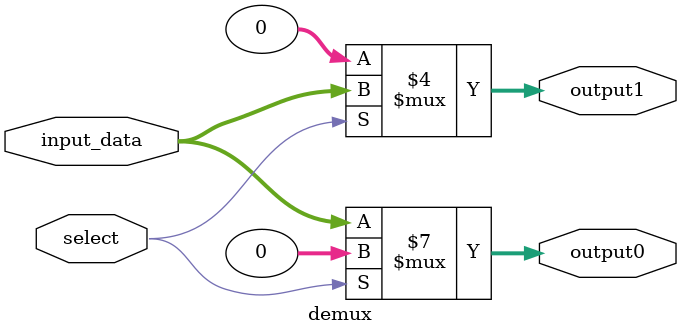
<source format=sv>
module demux#(
    parameter   DATA_WIDTH = 32
)(
    input logic [DATA_WIDTH-1:0] input_data,
    input logic select,

    output logic [DATA_WIDTH-1:0] output0,
    output logic [DATA_WIDTH-1:0] output1
);

always_comb begin
    if (select == 1'b0) begin
        output0 = input_data;
        output1 = 32'b0;
    end
    else begin    
        output0 = 32'b0;
        output1 = input_data;
    end
end

endmodule

</source>
